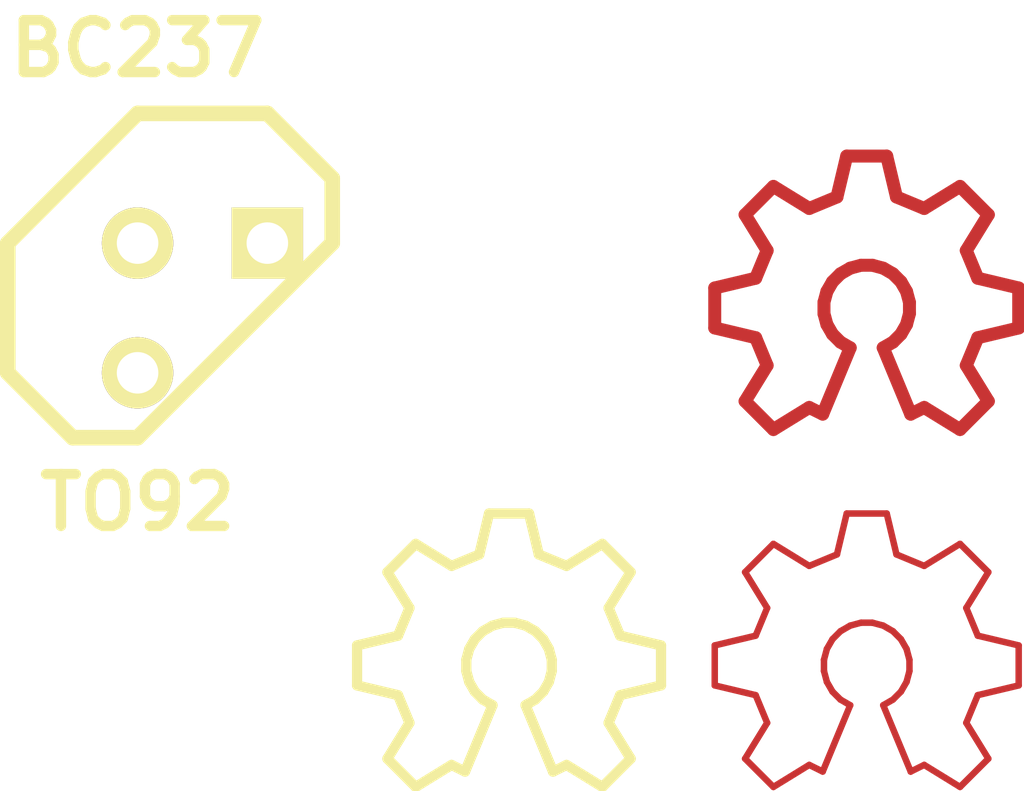
<source format=kicad_pcb>
(kicad_pcb (version 3) (host pcbnew "(2013-05-10 BZR 4148)-testing")

  (general
    (links 0)
    (no_connects 0)
    (area 314.521912 237.051912 327.082088 249.612088)
    (thickness 1.6)
    (drawings 11)
    (tracks 0)
    (zones 0)
    (modules 1)
    (nets 1)
  )

  (page A4)
  (layers
    (15 F.Cu signal)
    (0 B.Cu signal)
    (16 B.Adhes user)
    (17 F.Adhes user)
    (18 B.Paste user)
    (19 F.Paste user)
    (20 B.SilkS user)
    (21 F.SilkS user)
    (22 B.Mask user)
    (23 F.Mask user)
    (24 Dwgs.User user)
    (25 Cmts.User user)
    (26 Eco1.User user)
    (27 Eco2.User user)
    (28 Edge.Cuts user)
  )

  (setup
    (last_trace_width 0.254)
    (trace_clearance 0.254)
    (zone_clearance 0.508)
    (zone_45_only no)
    (trace_min 0.254)
    (segment_width 0.2)
    (edge_width 0.1)
    (via_size 0.889)
    (via_drill 0.635)
    (via_min_size 0.889)
    (via_min_drill 0.508)
    (uvia_size 0.508)
    (uvia_drill 0.127)
    (uvias_allowed no)
    (uvia_min_size 0.508)
    (uvia_min_drill 0.127)
    (pcb_text_width 0.3)
    (pcb_text_size 1.5 1.5)
    (mod_edge_width 0.15)
    (mod_text_size 1 1)
    (mod_text_width 0.15)
    (pad_size 1.5 1.5)
    (pad_drill 0.6)
    (pad_to_mask_clearance 0)
    (aux_axis_origin 0 0)
    (visible_elements FFFFFF7F)
    (pcbplotparams
      (layerselection 3178497)
      (usegerberextensions true)
      (excludeedgelayer true)
      (linewidth 0.150000)
      (plotframeref false)
      (viasonmask false)
      (mode 1)
      (useauxorigin false)
      (hpglpennumber 1)
      (hpglpenspeed 20)
      (hpglpendiameter 15)
      (hpglpenoverlay 2)
      (psnegative false)
      (psa4output false)
      (plotreference true)
      (plotvalue true)
      (plotothertext true)
      (plotinvisibletext false)
      (padsonsilk false)
      (subtractmaskfromsilk false)
      (outputformat 1)
      (mirror false)
      (drillshape 1)
      (scaleselection 1)
      (outputdirectory ""))
  )

  (net 0 "")

  (net_class Default "This is the default net class."
    (clearance 0.254)
    (trace_width 0.254)
    (via_dia 0.889)
    (via_drill 0.635)
    (uvia_dia 0.508)
    (uvia_drill 0.127)
    (add_net "")
  )

  (module TO92 (layer F.Cu) (tedit 443CFFD1) (tstamp 52D75002)
    (at 247 173)
    (descr "Transistor TO92 brochage type BC237")
    (tags "TR TO92")
    (fp_text reference TO92 (at -1.27 3.81) (layer F.SilkS)
      (effects (font (size 1.016 1.016) (thickness 0.2032)))
    )
    (fp_text value BC237 (at -1.27 -5.08) (layer F.SilkS)
      (effects (font (size 1.016 1.016) (thickness 0.2032)))
    )
    (fp_line (start -1.27 2.54) (end 2.54 -1.27) (layer F.SilkS) (width 0.3048))
    (fp_line (start 2.54 -1.27) (end 2.54 -2.54) (layer F.SilkS) (width 0.3048))
    (fp_line (start 2.54 -2.54) (end 1.27 -3.81) (layer F.SilkS) (width 0.3048))
    (fp_line (start 1.27 -3.81) (end -1.27 -3.81) (layer F.SilkS) (width 0.3048))
    (fp_line (start -1.27 -3.81) (end -3.81 -1.27) (layer F.SilkS) (width 0.3048))
    (fp_line (start -3.81 -1.27) (end -3.81 1.27) (layer F.SilkS) (width 0.3048))
    (fp_line (start -3.81 1.27) (end -2.54 2.54) (layer F.SilkS) (width 0.3048))
    (fp_line (start -2.54 2.54) (end -1.27 2.54) (layer F.SilkS) (width 0.3048))
    (pad 1 thru_hole rect (at 1.27 -1.27) (size 1.397 1.397) (drill 0.8128)
      (layers *.Cu *.Mask F.SilkS)
    )
    (pad 2 thru_hole circle (at -1.27 -1.27) (size 1.397 1.397) (drill 0.8128)
      (layers *.Cu *.Mask F.SilkS)
    )
    (pad 3 thru_hole circle (at -1.27 1.27) (size 1.397 1.397) (drill 0.8128)
      (layers *.Cu *.Mask F.SilkS)
    )
    (model discret/to98.wrl
      (at (xyz 0 0 0))
      (scale (xyz 1 1 1))
      (rotate (xyz 0 0 0))
    )
  )

 (segment (start 259.677111 173.779523) (end 259.138962 175.078729) (width 0.254) (layer F.Cu) (net 0))
 (segment (start 259.677111 180.779523) (end 259.138962 182.078729) (width 0.127) (layer F.Cu) (net 0))
 (gr_line (start 252.677111 180.779523) (end 252.138962 182.078729) (angle 90) (layer F.SilkS) (width 0.2))
 (gr_line (start 252.677111 173.779523) (end 252.138962 175.078729) (angle 90) (layer Cmts.User) (width 0.2))
 (segment (start 259.138962 175.078729) (end 258.875000 174.948557) (width 0.254) (layer F.Cu) (net 0))
 (segment (start 259.138962 182.078729) (end 258.875000 181.948557) (width 0.127) (layer F.Cu) (net 0))
 (gr_line (start 252.138962 182.078729) (end 251.875000 181.948557) (angle 90) (layer F.SilkS) (width 0.2))
 (gr_line (start 252.138962 175.078729) (end 251.875000 174.948557) (angle 90) (layer Cmts.User) (width 0.2))
 (segment (start 258.875000 174.948557) (end 258.173716 175.380060) (width 0.254) (layer F.Cu) (net 0))
 (segment (start 258.875000 181.948557) (end 258.173716 182.380060) (width 0.127) (layer F.Cu) (net 0))
 (gr_line (start 251.875000 181.948557) (end 251.173716 182.380060) (angle 90) (layer F.SilkS) (width 0.2))
 (gr_line (start 251.875000 174.948557) (end 251.173716 175.380060) (angle 90) (layer Cmts.User) (width 0.2))
 (segment (start 258.173716 175.380060) (end 257.619940 174.826284) (width 0.254) (layer F.Cu) (net 0))
 (segment (start 258.173716 182.380060) (end 257.619940 181.826284) (width 0.127) (layer F.Cu) (net 0))
 (gr_line (start 251.173716 182.380060) (end 250.619940 181.826284) (angle 90) (layer F.SilkS) (width 0.2))
 (gr_line (start 251.173716 175.380060) (end 250.619940 174.826284) (angle 90) (layer Cmts.User) (width 0.2))
 (segment (start 257.619940 174.826284) (end 258.051443 174.125000) (width 0.254) (layer F.Cu) (net 0))
 (segment (start 257.619940 181.826284) (end 258.051443 181.125000) (width 0.127) (layer F.Cu) (net 0))
 (gr_line (start 250.619940 181.826284) (end 251.051443 181.125000) (angle 90) (layer F.SilkS) (width 0.2))
 (gr_line (start 250.619940 174.826284) (end 251.051443 174.125000) (angle 90) (layer Cmts.User) (width 0.2))
 (segment (start 258.051443 174.125000) (end 257.826667 173.582343) (width 0.254) (layer F.Cu) (net 0))
 (segment (start 258.051443 181.125000) (end 257.826667 180.582343) (width 0.127) (layer F.Cu) (net 0))
 (gr_line (start 251.051443 181.125000) (end 250.826667 180.582343) (angle 90) (layer F.SilkS) (width 0.2))
 (gr_line (start 251.051443 174.125000) (end 250.826667 173.582343) (angle 90) (layer Cmts.User) (width 0.2))
 (segment (start 257.826667 173.582343) (end 257.025665 173.391579) (width 0.254) (layer F.Cu) (net 0))
 (segment (start 257.826667 180.582343) (end 257.025665 180.391579) (width 0.127) (layer F.Cu) (net 0))
 (gr_line (start 250.826667 180.582343) (end 250.025665 180.391579) (angle 90) (layer F.SilkS) (width 0.2))
 (gr_line (start 250.826667 173.582343) (end 250.025665 173.391579) (angle 90) (layer Cmts.User) (width 0.2))
 (segment (start 257.025665 173.391579) (end 257.025665 172.608421) (width 0.254) (layer F.Cu) (net 0))
 (segment (start 257.025665 180.391579) (end 257.025665 179.608421) (width 0.127) (layer F.Cu) (net 0))
 (gr_line (start 250.025665 180.391579) (end 250.025665 179.608421) (angle 90) (layer F.SilkS) (width 0.2))
 (gr_line (start 250.025665 173.391579) (end 250.025665 172.608421) (angle 90) (layer Cmts.User) (width 0.2))
 (segment (start 257.025665 172.608421) (end 257.826667 172.417657) (width 0.254) (layer F.Cu) (net 0))
 (segment (start 257.025665 179.608421) (end 257.826667 179.417657) (width 0.127) (layer F.Cu) (net 0))
 (gr_line (start 250.025665 179.608421) (end 250.826667 179.417657) (angle 90) (layer F.SilkS) (width 0.2))
 (gr_line (start 250.025665 172.608421) (end 250.826667 172.417657) (angle 90) (layer Cmts.User) (width 0.2))
 (segment (start 257.826667 172.417657) (end 258.051443 171.875000) (width 0.254) (layer F.Cu) (net 0))
 (segment (start 257.826667 179.417657) (end 258.051443 178.875000) (width 0.127) (layer F.Cu) (net 0))
 (gr_line (start 250.826667 179.417657) (end 251.051443 178.875000) (angle 90) (layer F.SilkS) (width 0.2))
 (gr_line (start 250.826667 172.417657) (end 251.051443 171.875000) (angle 90) (layer Cmts.User) (width 0.2))
 (segment (start 258.051443 171.875000) (end 257.619940 171.173716) (width 0.254) (layer F.Cu) (net 0))
 (segment (start 258.051443 178.875000) (end 257.619940 178.173716) (width 0.127) (layer F.Cu) (net 0))
 (gr_line (start 251.051443 178.875000) (end 250.619940 178.173716) (angle 90) (layer F.SilkS) (width 0.2))
 (gr_line (start 251.051443 171.875000) (end 250.619940 171.173716) (angle 90) (layer Cmts.User) (width 0.2))
 (segment (start 257.619940 171.173716) (end 258.173716 170.619940) (width 0.254) (layer F.Cu) (net 0))
 (segment (start 257.619940 178.173716) (end 258.173716 177.619940) (width 0.127) (layer F.Cu) (net 0))
 (gr_line (start 250.619940 178.173716) (end 251.173716 177.619940) (angle 90) (layer F.SilkS) (width 0.2))
 (gr_line (start 250.619940 171.173716) (end 251.173716 170.619940) (angle 90) (layer Cmts.User) (width 0.2))
 (segment (start 258.173716 170.619940) (end 258.875000 171.051443) (width 0.254) (layer F.Cu) (net 0))
 (segment (start 258.173716 177.619940) (end 258.875000 178.051443) (width 0.127) (layer F.Cu) (net 0))
 (gr_line (start 251.173716 177.619940) (end 251.875000 178.051443) (angle 90) (layer F.SilkS) (width 0.2))
 (gr_line (start 251.173716 170.619940) (end 251.875000 171.051443) (angle 90) (layer Cmts.User) (width 0.2))
 (segment (start 258.875000 171.051443) (end 259.417657 170.826667) (width 0.254) (layer F.Cu) (net 0))
 (segment (start 258.875000 178.051443) (end 259.417657 177.826667) (width 0.127) (layer F.Cu) (net 0))
 (gr_line (start 251.875000 178.051443) (end 252.417657 177.826667) (angle 90) (layer F.SilkS) (width 0.2))
 (gr_line (start 251.875000 171.051443) (end 252.417657 170.826667) (angle 90) (layer Cmts.User) (width 0.2))
 (segment (start 259.417657 170.826667) (end 259.608421 170.025665) (width 0.254) (layer F.Cu) (net 0))
 (segment (start 259.417657 177.826667) (end 259.608421 177.025665) (width 0.127) (layer F.Cu) (net 0))
 (gr_line (start 252.417657 177.826667) (end 252.608421 177.025665) (angle 90) (layer F.SilkS) (width 0.2))
 (gr_line (start 252.417657 170.826667) (end 252.608421 170.025665) (angle 90) (layer Cmts.User) (width 0.2))
 (segment (start 259.608421 170.025665) (end 260.391579 170.025665) (width 0.254) (layer F.Cu) (net 0))
 (segment (start 259.608421 177.025665) (end 260.391579 177.025665) (width 0.127) (layer F.Cu) (net 0))
 (gr_line (start 252.608421 177.025665) (end 253.391579 177.025665) (angle 90) (layer F.SilkS) (width 0.2))
 (gr_line (start 252.608421 170.025665) (end 253.391579 170.025665) (angle 90) (layer Cmts.User) (width 0.2))
 (segment (start 260.391579 170.025665) (end 260.582343 170.826667) (width 0.254) (layer F.Cu) (net 0))
 (segment (start 260.391579 177.025665) (end 260.582343 177.826667) (width 0.127) (layer F.Cu) (net 0))
 (gr_line (start 253.391579 177.025665) (end 253.582343 177.826667) (angle 90) (layer F.SilkS) (width 0.2))
 (gr_line (start 253.391579 170.025665) (end 253.582343 170.826667) (angle 90) (layer Cmts.User) (width 0.2))
 (segment (start 260.582343 170.826667) (end 261.125000 171.051443) (width 0.254) (layer F.Cu) (net 0))
 (segment (start 260.582343 177.826667) (end 261.125000 178.051443) (width 0.127) (layer F.Cu) (net 0))
 (gr_line (start 253.582343 177.826667) (end 254.125000 178.051443) (angle 90) (layer F.SilkS) (width 0.2))
 (gr_line (start 253.582343 170.826667) (end 254.125000 171.051443) (angle 90) (layer Cmts.User) (width 0.2))
 (segment (start 261.125000 171.051443) (end 261.826284 170.619940) (width 0.254) (layer F.Cu) (net 0))
 (segment (start 261.125000 178.051443) (end 261.826284 177.619940) (width 0.127) (layer F.Cu) (net 0))
 (gr_line (start 254.125000 178.051443) (end 254.826284 177.619940) (angle 90) (layer F.SilkS) (width 0.2))
 (gr_line (start 254.125000 171.051443) (end 254.826284 170.619940) (angle 90) (layer Cmts.User) (width 0.2))
 (segment (start 261.826284 170.619940) (end 262.380060 171.173716) (width 0.254) (layer F.Cu) (net 0))
 (segment (start 261.826284 177.619940) (end 262.380060 178.173716) (width 0.127) (layer F.Cu) (net 0))
 (gr_line (start 254.826284 177.619940) (end 255.380060 178.173716) (angle 90) (layer F.SilkS) (width 0.2))
 (gr_line (start 254.826284 170.619940) (end 255.380060 171.173716) (angle 90) (layer Cmts.User) (width 0.2))
 (segment (start 262.380060 171.173716) (end 261.948557 171.875000) (width 0.254) (layer F.Cu) (net 0))
 (segment (start 262.380060 178.173716) (end 261.948557 178.875000) (width 0.127) (layer F.Cu) (net 0))
 (gr_line (start 255.380060 178.173716) (end 254.948557 178.875000) (angle 90) (layer F.SilkS) (width 0.2))
 (gr_line (start 255.380060 171.173716) (end 254.948557 171.875000) (angle 90) (layer Cmts.User) (width 0.2))
 (segment (start 261.948557 171.875000) (end 262.173333 172.417657) (width 0.254) (layer F.Cu) (net 0))
 (segment (start 261.948557 178.875000) (end 262.173333 179.417657) (width 0.127) (layer F.Cu) (net 0))
 (gr_line (start 254.948557 178.875000) (end 255.173333 179.417657) (angle 90) (layer F.SilkS) (width 0.2))
 (gr_line (start 254.948557 171.875000) (end 255.173333 172.417657) (angle 90) (layer Cmts.User) (width 0.2))
 (segment (start 262.173333 172.417657) (end 262.974335 172.608421) (width 0.254) (layer F.Cu) (net 0))
 (segment (start 262.173333 179.417657) (end 262.974335 179.608421) (width 0.127) (layer F.Cu) (net 0))
 (gr_line (start 255.173333 179.417657) (end 255.974335 179.608421) (angle 90) (layer F.SilkS) (width 0.2))
 (gr_line (start 255.173333 172.417657) (end 255.974335 172.608421) (angle 90) (layer Cmts.User) (width 0.2))
 (segment (start 262.974335 172.608421) (end 262.974335 173.391579) (width 0.254) (layer F.Cu) (net 0))
 (segment (start 262.974335 179.608421) (end 262.974335 180.391579) (width 0.127) (layer F.Cu) (net 0))
 (gr_line (start 255.974335 179.608421) (end 255.974335 180.391579) (angle 90) (layer F.SilkS) (width 0.2))
 (gr_line (start 255.974335 172.608421) (end 255.974335 173.391579) (angle 90) (layer Cmts.User) (width 0.2))
 (segment (start 262.974335 173.391579) (end 262.173333 173.582343) (width 0.254) (layer F.Cu) (net 0))
 (segment (start 262.974335 180.391579) (end 262.173333 180.582343) (width 0.127) (layer F.Cu) (net 0))
 (gr_line (start 255.974335 180.391579) (end 255.173333 180.582343) (angle 90) (layer F.SilkS) (width 0.2))
 (gr_line (start 255.974335 173.391579) (end 255.173333 173.582343) (angle 90) (layer Cmts.User) (width 0.2))
 (segment (start 262.173333 173.582343) (end 261.948557 174.125000) (width 0.254) (layer F.Cu) (net 0))
 (segment (start 262.173333 180.582343) (end 261.948557 181.125000) (width 0.127) (layer F.Cu) (net 0))
 (gr_line (start 255.173333 180.582343) (end 254.948557 181.125000) (angle 90) (layer F.SilkS) (width 0.2))
 (gr_line (start 255.173333 173.582343) (end 254.948557 174.125000) (angle 90) (layer Cmts.User) (width 0.2))
 (segment (start 261.948557 174.125000) (end 262.380060 174.826284) (width 0.254) (layer F.Cu) (net 0))
 (segment (start 261.948557 181.125000) (end 262.380060 181.826284) (width 0.127) (layer F.Cu) (net 0))
 (gr_line (start 254.948557 181.125000) (end 255.380060 181.826284) (angle 90) (layer F.SilkS) (width 0.2))
 (gr_line (start 254.948557 174.125000) (end 255.380060 174.826284) (angle 90) (layer Cmts.User) (width 0.2))
 (segment (start 262.380060 174.826284) (end 261.826284 175.380060) (width 0.254) (layer F.Cu) (net 0))
 (segment (start 262.380060 181.826284) (end 261.826284 182.380060) (width 0.127) (layer F.Cu) (net 0))
 (gr_line (start 255.380060 181.826284) (end 254.826284 182.380060) (angle 90) (layer F.SilkS) (width 0.2))
 (gr_line (start 255.380060 174.826284) (end 254.826284 175.380060) (angle 90) (layer Cmts.User) (width 0.2))
 (segment (start 261.826284 175.380060) (end 261.125000 174.948557) (width 0.254) (layer F.Cu) (net 0))
 (segment (start 261.826284 182.380060) (end 261.125000 181.948557) (width 0.127) (layer F.Cu) (net 0))
 (gr_line (start 254.826284 182.380060) (end 254.125000 181.948557) (angle 90) (layer F.SilkS) (width 0.2))
 (gr_line (start 254.826284 175.380060) (end 254.125000 174.948557) (angle 90) (layer Cmts.User) (width 0.2))
 (segment (start 261.125000 174.948557) (end 260.861038 175.078729) (width 0.254) (layer F.Cu) (net 0))
 (segment (start 261.125000 181.948557) (end 260.861038 182.078729) (width 0.127) (layer F.Cu) (net 0))
 (gr_line (start 254.125000 181.948557) (end 253.861038 182.078729) (angle 90) (layer F.SilkS) (width 0.2))
 (gr_line (start 254.125000 174.948557) (end 253.861038 175.078729) (angle 90) (layer Cmts.User) (width 0.2))
 (segment (start 260.861038 175.078729) (end 260.861038 175.078729) (width 0.254) (layer F.Cu) (net 0))
 (segment (start 260.861038 182.078729) (end 260.861038 182.078729) (width 0.127) (layer F.Cu) (net 0))
 (gr_line (start 253.861038 182.078729) (end 253.861038 182.078729) (angle 90) (layer F.SilkS) (width 0.2))
 (gr_line (start 253.861038 175.078729) (end 253.861038 175.078729) (angle 90) (layer Cmts.User) (width 0.2))
 (segment (start 260.861038 175.078729) (end 260.322889 173.779523) (width 0.254) (layer F.Cu) (net 0))
 (segment (start 260.861038 182.078729) (end 260.322889 180.779523) (width 0.127) (layer F.Cu) (net 0))
 (gr_line (start 253.861038 182.078729) (end 253.322889 180.779523) (angle 90) (layer F.SilkS) (width 0.2))
 (gr_line (start 253.861038 175.078729) (end 253.322889 173.779523) (angle 90) (layer Cmts.User) (width 0.2))
 (segment (start 260.322889 173.779523) (end 260.513642 173.669392) (width 0.254) (layer F.Cu) (net 0))
 (segment (start 260.322889 180.779523) (end 260.513642 180.669392) (width 0.127) (layer F.Cu) (net 0))
 (gr_line (start 253.322889 180.779523) (end 253.513642 180.669392) (angle 90) (layer F.SilkS) (width 0.2))
 (gr_line (start 253.322889 173.779523) (end 253.513642 173.669392) (angle 90) (layer Cmts.User) (width 0.2))
 (segment (start 260.513642 173.669392) (end 260.669392 173.513642) (width 0.254) (layer F.Cu) (net 0))
 (segment (start 260.513642 180.669392) (end 260.669392 180.513642) (width 0.127) (layer F.Cu) (net 0))
 (gr_line (start 253.513642 180.669392) (end 253.669392 180.513642) (angle 90) (layer F.SilkS) (width 0.2))
 (gr_line (start 253.513642 173.669392) (end 253.669392 173.513642) (angle 90) (layer Cmts.User) (width 0.2))
 (segment (start 260.669392 173.513642) (end 260.779523 173.322889) (width 0.254) (layer F.Cu) (net 0))
 (segment (start 260.669392 180.513642) (end 260.779523 180.322889) (width 0.127) (layer F.Cu) (net 0))
 (gr_line (start 253.669392 180.513642) (end 253.779523 180.322889) (angle 90) (layer F.SilkS) (width 0.2))
 (gr_line (start 253.669392 173.513642) (end 253.779523 173.322889) (angle 90) (layer Cmts.User) (width 0.2))
 (segment (start 260.779523 173.322889) (end 260.836532 173.110131) (width 0.254) (layer F.Cu) (net 0))
 (segment (start 260.779523 180.322889) (end 260.836532 180.110131) (width 0.127) (layer F.Cu) (net 0))
 (gr_line (start 253.779523 180.322889) (end 253.836532 180.110131) (angle 90) (layer F.SilkS) (width 0.2))
 (gr_line (start 253.779523 173.322889) (end 253.836532 173.110131) (angle 90) (layer Cmts.User) (width 0.2))
 (segment (start 260.836532 173.110131) (end 260.836532 172.889869) (width 0.254) (layer F.Cu) (net 0))
 (segment (start 260.836532 180.110131) (end 260.836532 179.889869) (width 0.127) (layer F.Cu) (net 0))
 (gr_line (start 253.836532 180.110131) (end 253.836532 179.889869) (angle 90) (layer F.SilkS) (width 0.2))
 (gr_line (start 253.836532 173.110131) (end 253.836532 172.889869) (angle 90) (layer Cmts.User) (width 0.2))
 (segment (start 260.836532 172.889869) (end 260.779523 172.677111) (width 0.254) (layer F.Cu) (net 0))
 (segment (start 260.836532 179.889869) (end 260.779523 179.677111) (width 0.127) (layer F.Cu) (net 0))
 (gr_line (start 253.836532 179.889869) (end 253.779523 179.677111) (angle 90) (layer F.SilkS) (width 0.2))
 (gr_line (start 253.836532 172.889869) (end 253.779523 172.677111) (angle 90) (layer Cmts.User) (width 0.2))
 (segment (start 260.779523 172.677111) (end 260.669392 172.486358) (width 0.254) (layer F.Cu) (net 0))
 (segment (start 260.779523 179.677111) (end 260.669392 179.486358) (width 0.127) (layer F.Cu) (net 0))
 (gr_line (start 253.779523 179.677111) (end 253.669392 179.486358) (angle 90) (layer F.SilkS) (width 0.2))
 (gr_line (start 253.779523 172.677111) (end 253.669392 172.486358) (angle 90) (layer Cmts.User) (width 0.2))
 (segment (start 260.669392 172.486358) (end 260.513642 172.330608) (width 0.254) (layer F.Cu) (net 0))
 (segment (start 260.669392 179.486358) (end 260.513642 179.330608) (width 0.127) (layer F.Cu) (net 0))
 (gr_line (start 253.669392 179.486358) (end 253.513642 179.330608) (angle 90) (layer F.SilkS) (width 0.2))
 (gr_line (start 253.669392 172.486358) (end 253.513642 172.330608) (angle 90) (layer Cmts.User) (width 0.2))
 (segment (start 260.513642 172.330608) (end 260.322889 172.220477) (width 0.254) (layer F.Cu) (net 0))
 (segment (start 260.513642 179.330608) (end 260.322889 179.220477) (width 0.127) (layer F.Cu) (net 0))
 (gr_line (start 253.513642 179.330608) (end 253.322889 179.220477) (angle 90) (layer F.SilkS) (width 0.2))
 (gr_line (start 253.513642 172.330608) (end 253.322889 172.220477) (angle 90) (layer Cmts.User) (width 0.2))
 (segment (start 260.322889 172.220477) (end 260.110131 172.163468) (width 0.254) (layer F.Cu) (net 0))
 (segment (start 260.322889 179.220477) (end 260.110131 179.163468) (width 0.127) (layer F.Cu) (net 0))
 (gr_line (start 253.322889 179.220477) (end 253.110131 179.163468) (angle 90) (layer F.SilkS) (width 0.2))
 (gr_line (start 253.322889 172.220477) (end 253.110131 172.163468) (angle 90) (layer Cmts.User) (width 0.2))
 (segment (start 260.110131 172.163468) (end 259.889869 172.163468) (width 0.254) (layer F.Cu) (net 0))
 (segment (start 260.110131 179.163468) (end 259.889869 179.163468) (width 0.127) (layer F.Cu) (net 0))
 (gr_line (start 253.110131 179.163468) (end 252.889869 179.163468) (angle 90) (layer F.SilkS) (width 0.2))
 (gr_line (start 253.110131 172.163468) (end 252.889869 172.163468) (angle 90) (layer Cmts.User) (width 0.2))
 (segment (start 259.889869 172.163468) (end 259.677111 172.220477) (width 0.254) (layer F.Cu) (net 0))
 (segment (start 259.889869 179.163468) (end 259.677111 179.220477) (width 0.127) (layer F.Cu) (net 0))
 (gr_line (start 252.889869 179.163468) (end 252.677111 179.220477) (angle 90) (layer F.SilkS) (width 0.2))
 (gr_line (start 252.889869 172.163468) (end 252.677111 172.220477) (angle 90) (layer Cmts.User) (width 0.2))
 (segment (start 259.677111 172.220477) (end 259.486358 172.330608) (width 0.254) (layer F.Cu) (net 0))
 (segment (start 259.677111 179.220477) (end 259.486358 179.330608) (width 0.127) (layer F.Cu) (net 0))
 (gr_line (start 252.677111 179.220477) (end 252.486358 179.330608) (angle 90) (layer F.SilkS) (width 0.2))
 (gr_line (start 252.677111 172.220477) (end 252.486358 172.330608) (angle 90) (layer Cmts.User) (width 0.2))
 (segment (start 259.486358 172.330608) (end 259.330608 172.486358) (width 0.254) (layer F.Cu) (net 0))
 (segment (start 259.486358 179.330608) (end 259.330608 179.486358) (width 0.127) (layer F.Cu) (net 0))
 (gr_line (start 252.486358 179.330608) (end 252.330608 179.486358) (angle 90) (layer F.SilkS) (width 0.2))
 (gr_line (start 252.486358 172.330608) (end 252.330608 172.486358) (angle 90) (layer Cmts.User) (width 0.2))
 (segment (start 259.330608 172.486358) (end 259.220477 172.677111) (width 0.254) (layer F.Cu) (net 0))
 (segment (start 259.330608 179.486358) (end 259.220477 179.677111) (width 0.127) (layer F.Cu) (net 0))
 (gr_line (start 252.330608 179.486358) (end 252.220477 179.677111) (angle 90) (layer F.SilkS) (width 0.2))
 (gr_line (start 252.330608 172.486358) (end 252.220477 172.677111) (angle 90) (layer Cmts.User) (width 0.2))
 (segment (start 259.220477 172.677111) (end 259.163468 172.889869) (width 0.254) (layer F.Cu) (net 0))
 (segment (start 259.220477 179.677111) (end 259.163468 179.889869) (width 0.127) (layer F.Cu) (net 0))
 (gr_line (start 252.220477 179.677111) (end 252.163468 179.889869) (angle 90) (layer F.SilkS) (width 0.2))
 (gr_line (start 252.220477 172.677111) (end 252.163468 172.889869) (angle 90) (layer Cmts.User) (width 0.2))
 (segment (start 259.163468 172.889869) (end 259.163468 173.110131) (width 0.254) (layer F.Cu) (net 0))
 (segment (start 259.163468 179.889869) (end 259.163468 180.110131) (width 0.127) (layer F.Cu) (net 0))
 (gr_line (start 252.163468 179.889869) (end 252.163468 180.110131) (angle 90) (layer F.SilkS) (width 0.2))
 (gr_line (start 252.163468 172.889869) (end 252.163468 173.110131) (angle 90) (layer Cmts.User) (width 0.2))
 (segment (start 259.163468 173.110131) (end 259.220477 173.322889) (width 0.254) (layer F.Cu) (net 0))
 (segment (start 259.163468 180.110131) (end 259.220477 180.322889) (width 0.127) (layer F.Cu) (net 0))
 (gr_line (start 252.163468 180.110131) (end 252.220477 180.322889) (angle 90) (layer F.SilkS) (width 0.2))
 (gr_line (start 252.163468 173.110131) (end 252.220477 173.322889) (angle 90) (layer Cmts.User) (width 0.2))
 (segment (start 259.220477 173.322889) (end 259.330608 173.513642) (width 0.254) (layer F.Cu) (net 0))
 (segment (start 259.220477 180.322889) (end 259.330608 180.513642) (width 0.127) (layer F.Cu) (net 0))
 (gr_line (start 252.220477 180.322889) (end 252.330608 180.513642) (angle 90) (layer F.SilkS) (width 0.2))
 (gr_line (start 252.220477 173.322889) (end 252.330608 173.513642) (angle 90) (layer Cmts.User) (width 0.2))
 (segment (start 259.330608 173.513642) (end 259.486358 173.669392) (width 0.254) (layer F.Cu) (net 0))
 (segment (start 259.330608 180.513642) (end 259.486358 180.669392) (width 0.127) (layer F.Cu) (net 0))
 (gr_line (start 252.330608 180.513642) (end 252.486358 180.669392) (angle 90) (layer F.SilkS) (width 0.2))
 (gr_line (start 252.330608 173.513642) (end 252.486358 173.669392) (angle 90) (layer Cmts.User) (width 0.2))
 (segment (start 259.486358 173.669392) (end 259.677111 173.779523) (width 0.254) (layer F.Cu) (net 0))
 (segment (start 259.486358 180.669392) (end 259.677111 180.779523) (width 0.127) (layer F.Cu) (net 0))
 (gr_line (start 252.486358 180.669392) (end 252.677111 180.779523) (angle 90) (layer F.SilkS) (width 0.2))
 (gr_line (start 252.486358 173.669392) (end 252.677111 173.779523) (angle 90) (layer Cmts.User) (width 0.2))

)


</source>
